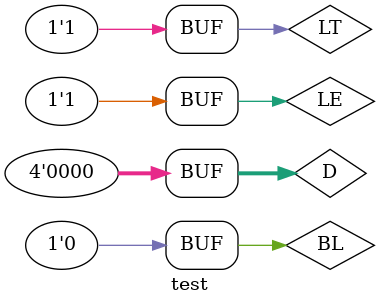
<source format=v>
`timescale 1ns / 1ps

module test;
	// Inputs
	reg LE;
	reg BL;
	reg LT;
	reg [3:0] D;
	// Outputs
	wire [6:0] L;
	// Instantiate the Unit Under Test (UUT)
	disp_decoder uut (
		.LE(LE), 
		.BL(BL), 
		.LT(LT), 
		.D(D), 
		.L(L)
	);

	parameter PERIOD = 10;
	
	initial begin
		// Initialize Inputs
		LE = 0; BL = 0; LT = 0; D = 0;
        
		// Wait 100 ns for global reset to finish
		#100;
        
		// Add stimulus here
			LE=1; BL=1; LT=0; D=4'b0000;//灯测试
			#PERIOD
			LE=0; BL=1; LT=1; D=4'b0100;//七段译码器测试
			#PERIOD
			LE=0; BL=1; LT=1; D=4'b1001;
			#PERIOD
			LE=0; BL=1; LT=1; D=4'b1101;//无效状态
			#PERIOD
			LE=1; BL=1; LT=1; D=4'b0100;//锁存
			#PERIOD
			LE=0; BL=1; LT=1; D=4'b0100;
			#PERIOD
			LE=1; BL=0; LT=1; D=4'b0000;//灭灯

	end     
endmodule

</source>
